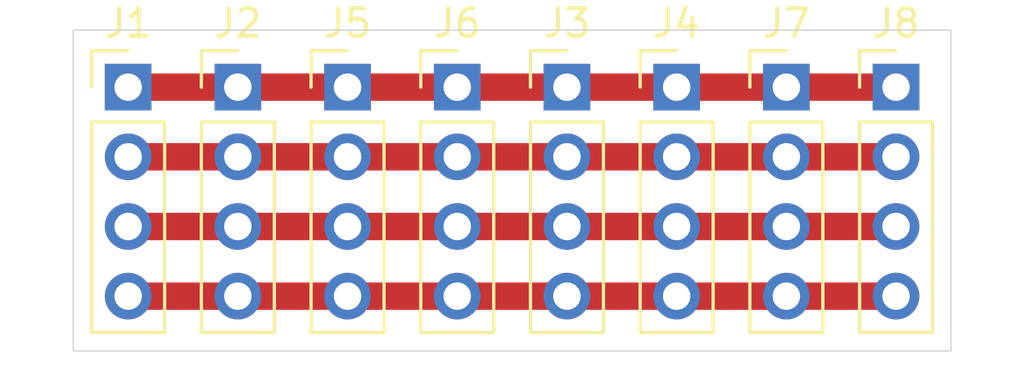
<source format=kicad_pcb>
(kicad_pcb (version 20200119) (host pcbnew "(5.99.0-1103-gc05bcac7b)")

  (general
    (thickness 1.6)
    (drawings 4)
    (tracks 4)
    (modules 8)
    (nets 5)
  )

  (page "A4")
  (layers
    (0 "F.Cu" signal)
    (31 "B.Cu" signal)
    (32 "B.Adhes" user)
    (33 "F.Adhes" user)
    (34 "B.Paste" user)
    (35 "F.Paste" user)
    (36 "B.SilkS" user)
    (37 "F.SilkS" user)
    (38 "B.Mask" user)
    (39 "F.Mask" user)
    (40 "Dwgs.User" user)
    (41 "Cmts.User" user)
    (42 "Eco1.User" user)
    (43 "Eco2.User" user)
    (44 "Edge.Cuts" user)
    (45 "Margin" user)
    (46 "B.CrtYd" user)
    (47 "F.CrtYd" user)
    (48 "B.Fab" user)
    (49 "F.Fab" user)
  )

  (setup
    (stackup
      (layer "F.SilkS" (type "Top Silk Screen"))
      (layer "F.Paste" (type "Top Solder Paste"))
      (layer "F.Mask" (type "Top Solder Mask") (color "Green") (thickness 0.01))
      (layer "F.Cu" (type "copper") (thickness 0.035))
      (layer "dielectric 1" (type "core") (thickness 1.51) (material "FR4") (epsilon_r 4.5) (loss_tangent 0.02))
      (layer "B.Cu" (type "copper") (thickness 0.035))
      (layer "B.Mask" (type "Bottom Solder Mask") (color "Green") (thickness 0.01))
      (layer "B.Paste" (type "Bottom Solder Paste"))
      (layer "B.SilkS" (type "Bottom Silk Screen"))
      (copper_finish "None")
      (dielectric_constraints no)
    )
    (last_trace_width 1)
    (user_trace_width 0.5)
    (user_trace_width 0.8)
    (user_trace_width 1)
    (user_trace_width 1.2)
    (trace_clearance 0.2)
    (zone_clearance 0.2)
    (zone_45_only no)
    (trace_min 0.2)
    (via_size 0.8)
    (via_drill 0.4)
    (via_min_size 0.4)
    (via_min_drill 0.3)
    (uvia_size 0.3)
    (uvia_drill 0.1)
    (uvias_allowed no)
    (uvia_min_size 0.2)
    (uvia_min_drill 0.1)
    (max_error 0.005)
    (defaults
      (edge_clearance 0.01)
      (edge_cuts_line_width 0.05)
      (courtyard_line_width 0.05)
      (copper_line_width 0.2)
      (copper_text_dims (size 1.5 1.5) (thickness 0.3))
      (silk_line_width 0.12)
      (silk_text_dims (size 1 1) (thickness 0.15))
      (other_layers_line_width 0.1)
      (other_layers_text_dims (size 1 1) (thickness 0.15))
      (dimension_units 0)
      (dimension_precision 1)
    )
    (pad_size 1.524 1.524)
    (pad_drill 0.762)
    (pad_to_mask_clearance 0.051)
    (solder_mask_min_width 0.25)
    (aux_axis_origin 120 110)
    (grid_origin 120 110)
    (visible_elements FFFFFF7F)
    (pcbplotparams
      (layerselection 0x010fc_ffffffff)
      (usegerberextensions false)
      (usegerberattributes false)
      (usegerberadvancedattributes false)
      (creategerberjobfile false)
      (excludeedgelayer true)
      (linewidth 0.100000)
      (plotframeref false)
      (viasonmask false)
      (mode 1)
      (useauxorigin true)
      (hpglpennumber 1)
      (hpglpenspeed 20)
      (hpglpendiameter 15.000000)
      (psnegative false)
      (psa4output false)
      (plotreference true)
      (plotvalue true)
      (plotinvisibletext false)
      (padsonsilk false)
      (subtractmaskfromsilk false)
      (outputformat 1)
      (mirror false)
      (drillshape 0)
      (scaleselection 1)
      (outputdirectory "gerber/")
    )
  )

  (net 0 "")
  (net 1 "DATA")
  (net 2 "GND")
  (net 3 "SCK")
  (net 4 "VDD")

  (net_class "Default" "This is the default net class."
    (clearance 0.2)
    (trace_width 0.25)
    (via_dia 0.8)
    (via_drill 0.4)
    (uvia_dia 0.3)
    (uvia_drill 0.1)
    (add_net "DATA")
    (add_net "GND")
    (add_net "SCK")
    (add_net "VDD")
  )

  (module "Connector_PinHeader_2.54mm:PinHeader_1x04_P2.54mm_Vertical" (layer "F.Cu") (tedit 59FED5CC) (tstamp aba9861e-8a9f-416e-8d6c-5e631c397dd9)
    (at 150 100.38)
    (descr "Through hole straight pin header, 1x04, 2.54mm pitch, single row")
    (tags "Through hole pin header THT 1x04 2.54mm single row")
    (path "/00000000-0000-0000-0000-00005e9f5751")
    (fp_text reference "J8" (at 0 -2.33) (layer "F.SilkS")
      (effects (font (size 1 1) (thickness 0.15)))
    )
    (fp_text value "Conn_01x04" (at 0 9.95) (layer "F.Fab")
      (effects (font (size 1 1) (thickness 0.15)))
    )
    (fp_line (start -0.635 -1.27) (end 1.27 -1.27) (layer "F.Fab") (width 0.1))
    (fp_line (start 1.27 -1.27) (end 1.27 8.89) (layer "F.Fab") (width 0.1))
    (fp_line (start 1.27 8.89) (end -1.27 8.89) (layer "F.Fab") (width 0.1))
    (fp_line (start -1.27 8.89) (end -1.27 -0.635) (layer "F.Fab") (width 0.1))
    (fp_line (start -1.27 -0.635) (end -0.635 -1.27) (layer "F.Fab") (width 0.1))
    (fp_line (start -1.33 8.95) (end 1.33 8.95) (layer "F.SilkS") (width 0.12))
    (fp_line (start -1.33 1.27) (end -1.33 8.95) (layer "F.SilkS") (width 0.12))
    (fp_line (start 1.33 1.27) (end 1.33 8.95) (layer "F.SilkS") (width 0.12))
    (fp_line (start -1.33 1.27) (end 1.33 1.27) (layer "F.SilkS") (width 0.12))
    (fp_line (start -1.33 0) (end -1.33 -1.33) (layer "F.SilkS") (width 0.12))
    (fp_line (start -1.33 -1.33) (end 0 -1.33) (layer "F.SilkS") (width 0.12))
    (fp_line (start -1.8 -1.8) (end -1.8 9.4) (layer "F.CrtYd") (width 0.05))
    (fp_line (start -1.8 9.4) (end 1.8 9.4) (layer "F.CrtYd") (width 0.05))
    (fp_line (start 1.8 9.4) (end 1.8 -1.8) (layer "F.CrtYd") (width 0.05))
    (fp_line (start 1.8 -1.8) (end -1.8 -1.8) (layer "F.CrtYd") (width 0.05))
    (fp_text user "%R" (at 0 3.81 90) (layer "F.Fab")
      (effects (font (size 1 1) (thickness 0.15)))
    )
    (pad "4" thru_hole oval (at 0 7.62) (size 1.7 1.7) (drill 1) (layers *.Cu *.Mask)
      (net 2 "GND") (tstamp 90bda104-fbbe-4dee-9fc5-dbc103b8f7d9))
    (pad "3" thru_hole oval (at 0 5.08) (size 1.7 1.7) (drill 1) (layers *.Cu *.Mask)
      (net 1 "DATA") (tstamp 87b52477-f113-4d88-8d53-77a17960734d))
    (pad "2" thru_hole oval (at 0 2.54) (size 1.7 1.7) (drill 1) (layers *.Cu *.Mask)
      (net 3 "SCK") (tstamp 8f136834-3af5-4b89-87c0-5739e155afbe))
    (pad "1" thru_hole rect (at 0 0) (size 1.7 1.7) (drill 1) (layers *.Cu *.Mask)
      (net 4 "VDD") (tstamp 7f221698-a23f-45df-9937-4140aa3e5457))
    (model "${KISYS3DMOD}/Connector_PinHeader_2.54mm.3dshapes/PinHeader_1x04_P2.54mm_Vertical.wrl"
      (at (xyz 0 0 0))
      (scale (xyz 1 1 1))
      (rotate (xyz 0 0 0))
    )
  )

  (module "Connector_PinHeader_2.54mm:PinHeader_1x04_P2.54mm_Vertical" (layer "F.Cu") (tedit 59FED5CC) (tstamp e7a21b09-de55-48ec-ba66-aa9ec3b1af8c)
    (at 146 100.38)
    (descr "Through hole straight pin header, 1x04, 2.54mm pitch, single row")
    (tags "Through hole pin header THT 1x04 2.54mm single row")
    (path "/00000000-0000-0000-0000-00005e9f5703")
    (fp_text reference "J7" (at 0 -2.33) (layer "F.SilkS")
      (effects (font (size 1 1) (thickness 0.15)))
    )
    (fp_text value "Conn_01x04" (at 0 9.95) (layer "F.Fab")
      (effects (font (size 1 1) (thickness 0.15)))
    )
    (fp_line (start -0.635 -1.27) (end 1.27 -1.27) (layer "F.Fab") (width 0.1))
    (fp_line (start 1.27 -1.27) (end 1.27 8.89) (layer "F.Fab") (width 0.1))
    (fp_line (start 1.27 8.89) (end -1.27 8.89) (layer "F.Fab") (width 0.1))
    (fp_line (start -1.27 8.89) (end -1.27 -0.635) (layer "F.Fab") (width 0.1))
    (fp_line (start -1.27 -0.635) (end -0.635 -1.27) (layer "F.Fab") (width 0.1))
    (fp_line (start -1.33 8.95) (end 1.33 8.95) (layer "F.SilkS") (width 0.12))
    (fp_line (start -1.33 1.27) (end -1.33 8.95) (layer "F.SilkS") (width 0.12))
    (fp_line (start 1.33 1.27) (end 1.33 8.95) (layer "F.SilkS") (width 0.12))
    (fp_line (start -1.33 1.27) (end 1.33 1.27) (layer "F.SilkS") (width 0.12))
    (fp_line (start -1.33 0) (end -1.33 -1.33) (layer "F.SilkS") (width 0.12))
    (fp_line (start -1.33 -1.33) (end 0 -1.33) (layer "F.SilkS") (width 0.12))
    (fp_line (start -1.8 -1.8) (end -1.8 9.4) (layer "F.CrtYd") (width 0.05))
    (fp_line (start -1.8 9.4) (end 1.8 9.4) (layer "F.CrtYd") (width 0.05))
    (fp_line (start 1.8 9.4) (end 1.8 -1.8) (layer "F.CrtYd") (width 0.05))
    (fp_line (start 1.8 -1.8) (end -1.8 -1.8) (layer "F.CrtYd") (width 0.05))
    (fp_text user "%R" (at 0 3.81 90) (layer "F.Fab")
      (effects (font (size 1 1) (thickness 0.15)))
    )
    (pad "4" thru_hole oval (at 0 7.62) (size 1.7 1.7) (drill 1) (layers *.Cu *.Mask)
      (net 2 "GND") (tstamp 6ba73283-9ce0-4a55-a887-6f1abb2859e8))
    (pad "3" thru_hole oval (at 0 5.08) (size 1.7 1.7) (drill 1) (layers *.Cu *.Mask)
      (net 1 "DATA") (tstamp 13e5829f-be0a-4745-800b-6a68d179bd5f))
    (pad "2" thru_hole oval (at 0 2.54) (size 1.7 1.7) (drill 1) (layers *.Cu *.Mask)
      (net 3 "SCK") (tstamp d33a6d1e-a107-4ad1-b3f4-dc64d890dce2))
    (pad "1" thru_hole rect (at 0 0) (size 1.7 1.7) (drill 1) (layers *.Cu *.Mask)
      (net 4 "VDD") (tstamp 22b90952-e4d4-40f0-aa31-43a5511979a8))
    (model "${KISYS3DMOD}/Connector_PinHeader_2.54mm.3dshapes/PinHeader_1x04_P2.54mm_Vertical.wrl"
      (at (xyz 0 0 0))
      (scale (xyz 1 1 1))
      (rotate (xyz 0 0 0))
    )
  )

  (module "Connector_PinHeader_2.54mm:PinHeader_1x04_P2.54mm_Vertical" (layer "F.Cu") (tedit 59FED5CC) (tstamp 61d5fa97-5838-4cf4-83a8-3a2d4c243408)
    (at 134 100.38)
    (descr "Through hole straight pin header, 1x04, 2.54mm pitch, single row")
    (tags "Through hole pin header THT 1x04 2.54mm single row")
    (path "/00000000-0000-0000-0000-00005e9f0245")
    (fp_text reference "J6" (at 0 -2.33) (layer "F.SilkS")
      (effects (font (size 1 1) (thickness 0.15)))
    )
    (fp_text value "Conn_01x04" (at 0 9.95) (layer "F.Fab")
      (effects (font (size 1 1) (thickness 0.15)))
    )
    (fp_line (start -0.635 -1.27) (end 1.27 -1.27) (layer "F.Fab") (width 0.1))
    (fp_line (start 1.27 -1.27) (end 1.27 8.89) (layer "F.Fab") (width 0.1))
    (fp_line (start 1.27 8.89) (end -1.27 8.89) (layer "F.Fab") (width 0.1))
    (fp_line (start -1.27 8.89) (end -1.27 -0.635) (layer "F.Fab") (width 0.1))
    (fp_line (start -1.27 -0.635) (end -0.635 -1.27) (layer "F.Fab") (width 0.1))
    (fp_line (start -1.33 8.95) (end 1.33 8.95) (layer "F.SilkS") (width 0.12))
    (fp_line (start -1.33 1.27) (end -1.33 8.95) (layer "F.SilkS") (width 0.12))
    (fp_line (start 1.33 1.27) (end 1.33 8.95) (layer "F.SilkS") (width 0.12))
    (fp_line (start -1.33 1.27) (end 1.33 1.27) (layer "F.SilkS") (width 0.12))
    (fp_line (start -1.33 0) (end -1.33 -1.33) (layer "F.SilkS") (width 0.12))
    (fp_line (start -1.33 -1.33) (end 0 -1.33) (layer "F.SilkS") (width 0.12))
    (fp_line (start -1.8 -1.8) (end -1.8 9.4) (layer "F.CrtYd") (width 0.05))
    (fp_line (start -1.8 9.4) (end 1.8 9.4) (layer "F.CrtYd") (width 0.05))
    (fp_line (start 1.8 9.4) (end 1.8 -1.8) (layer "F.CrtYd") (width 0.05))
    (fp_line (start 1.8 -1.8) (end -1.8 -1.8) (layer "F.CrtYd") (width 0.05))
    (fp_text user "%R" (at 0 3.81 90) (layer "F.Fab")
      (effects (font (size 1 1) (thickness 0.15)))
    )
    (pad "4" thru_hole oval (at 0 7.62) (size 1.7 1.7) (drill 1) (layers *.Cu *.Mask)
      (net 2 "GND") (tstamp 901a1a87-f190-4898-b5c2-173809d978f1))
    (pad "3" thru_hole oval (at 0 5.08) (size 1.7 1.7) (drill 1) (layers *.Cu *.Mask)
      (net 1 "DATA") (tstamp 7ec03045-231a-4bdf-b69a-f71ed4d97159))
    (pad "2" thru_hole oval (at 0 2.54) (size 1.7 1.7) (drill 1) (layers *.Cu *.Mask)
      (net 3 "SCK") (tstamp 55e3ac80-9011-47c4-b5a5-821f9c4a32af))
    (pad "1" thru_hole rect (at 0 0) (size 1.7 1.7) (drill 1) (layers *.Cu *.Mask)
      (net 4 "VDD") (tstamp 8ff927ac-160d-4604-a294-ce5f5db4f160))
    (model "${KISYS3DMOD}/Connector_PinHeader_2.54mm.3dshapes/PinHeader_1x04_P2.54mm_Vertical.wrl"
      (at (xyz 0 0 0))
      (scale (xyz 1 1 1))
      (rotate (xyz 0 0 0))
    )
  )

  (module "Connector_PinHeader_2.54mm:PinHeader_1x04_P2.54mm_Vertical" (layer "F.Cu") (tedit 59FED5CC) (tstamp 65ee4287-c1a5-4806-ae81-fd9874020e8d)
    (at 130 100.38)
    (descr "Through hole straight pin header, 1x04, 2.54mm pitch, single row")
    (tags "Through hole pin header THT 1x04 2.54mm single row")
    (path "/00000000-0000-0000-0000-00005e9f01f7")
    (fp_text reference "J5" (at 0 -2.33) (layer "F.SilkS")
      (effects (font (size 1 1) (thickness 0.15)))
    )
    (fp_text value "Conn_01x04" (at 0 9.95) (layer "F.Fab")
      (effects (font (size 1 1) (thickness 0.15)))
    )
    (fp_line (start -0.635 -1.27) (end 1.27 -1.27) (layer "F.Fab") (width 0.1))
    (fp_line (start 1.27 -1.27) (end 1.27 8.89) (layer "F.Fab") (width 0.1))
    (fp_line (start 1.27 8.89) (end -1.27 8.89) (layer "F.Fab") (width 0.1))
    (fp_line (start -1.27 8.89) (end -1.27 -0.635) (layer "F.Fab") (width 0.1))
    (fp_line (start -1.27 -0.635) (end -0.635 -1.27) (layer "F.Fab") (width 0.1))
    (fp_line (start -1.33 8.95) (end 1.33 8.95) (layer "F.SilkS") (width 0.12))
    (fp_line (start -1.33 1.27) (end -1.33 8.95) (layer "F.SilkS") (width 0.12))
    (fp_line (start 1.33 1.27) (end 1.33 8.95) (layer "F.SilkS") (width 0.12))
    (fp_line (start -1.33 1.27) (end 1.33 1.27) (layer "F.SilkS") (width 0.12))
    (fp_line (start -1.33 0) (end -1.33 -1.33) (layer "F.SilkS") (width 0.12))
    (fp_line (start -1.33 -1.33) (end 0 -1.33) (layer "F.SilkS") (width 0.12))
    (fp_line (start -1.8 -1.8) (end -1.8 9.4) (layer "F.CrtYd") (width 0.05))
    (fp_line (start -1.8 9.4) (end 1.8 9.4) (layer "F.CrtYd") (width 0.05))
    (fp_line (start 1.8 9.4) (end 1.8 -1.8) (layer "F.CrtYd") (width 0.05))
    (fp_line (start 1.8 -1.8) (end -1.8 -1.8) (layer "F.CrtYd") (width 0.05))
    (fp_text user "%R" (at 0 3.81 90) (layer "F.Fab")
      (effects (font (size 1 1) (thickness 0.15)))
    )
    (pad "4" thru_hole oval (at 0 7.62) (size 1.7 1.7) (drill 1) (layers *.Cu *.Mask)
      (net 2 "GND") (tstamp 44b0cea5-e902-4edd-86af-9f95f562d6ff))
    (pad "3" thru_hole oval (at 0 5.08) (size 1.7 1.7) (drill 1) (layers *.Cu *.Mask)
      (net 1 "DATA") (tstamp f9d93b79-e804-4771-9bda-fa2e247578ee))
    (pad "2" thru_hole oval (at 0 2.54) (size 1.7 1.7) (drill 1) (layers *.Cu *.Mask)
      (net 3 "SCK") (tstamp cdba801a-c368-498e-b75f-6d9d1933475d))
    (pad "1" thru_hole rect (at 0 0) (size 1.7 1.7) (drill 1) (layers *.Cu *.Mask)
      (net 4 "VDD") (tstamp a8fa0ebf-e401-498b-b44b-c50af0627ad5))
    (model "${KISYS3DMOD}/Connector_PinHeader_2.54mm.3dshapes/PinHeader_1x04_P2.54mm_Vertical.wrl"
      (at (xyz 0 0 0))
      (scale (xyz 1 1 1))
      (rotate (xyz 0 0 0))
    )
  )

  (module "Connector_PinHeader_2.54mm:PinHeader_1x04_P2.54mm_Vertical" (layer "F.Cu") (tedit 59FED5CC) (tstamp 46d18a36-30c5-434c-9d6d-ad5640797d6c)
    (at 142 100.38)
    (descr "Through hole straight pin header, 1x04, 2.54mm pitch, single row")
    (tags "Through hole pin header THT 1x04 2.54mm single row")
    (path "/00000000-0000-0000-0000-00005e9f3a66")
    (fp_text reference "J4" (at 0 -2.33) (layer "F.SilkS")
      (effects (font (size 1 1) (thickness 0.15)))
    )
    (fp_text value "Conn_01x04" (at 0 9.95) (layer "F.Fab")
      (effects (font (size 1 1) (thickness 0.15)))
    )
    (fp_line (start -0.635 -1.27) (end 1.27 -1.27) (layer "F.Fab") (width 0.1))
    (fp_line (start 1.27 -1.27) (end 1.27 8.89) (layer "F.Fab") (width 0.1))
    (fp_line (start 1.27 8.89) (end -1.27 8.89) (layer "F.Fab") (width 0.1))
    (fp_line (start -1.27 8.89) (end -1.27 -0.635) (layer "F.Fab") (width 0.1))
    (fp_line (start -1.27 -0.635) (end -0.635 -1.27) (layer "F.Fab") (width 0.1))
    (fp_line (start -1.33 8.95) (end 1.33 8.95) (layer "F.SilkS") (width 0.12))
    (fp_line (start -1.33 1.27) (end -1.33 8.95) (layer "F.SilkS") (width 0.12))
    (fp_line (start 1.33 1.27) (end 1.33 8.95) (layer "F.SilkS") (width 0.12))
    (fp_line (start -1.33 1.27) (end 1.33 1.27) (layer "F.SilkS") (width 0.12))
    (fp_line (start -1.33 0) (end -1.33 -1.33) (layer "F.SilkS") (width 0.12))
    (fp_line (start -1.33 -1.33) (end 0 -1.33) (layer "F.SilkS") (width 0.12))
    (fp_line (start -1.8 -1.8) (end -1.8 9.4) (layer "F.CrtYd") (width 0.05))
    (fp_line (start -1.8 9.4) (end 1.8 9.4) (layer "F.CrtYd") (width 0.05))
    (fp_line (start 1.8 9.4) (end 1.8 -1.8) (layer "F.CrtYd") (width 0.05))
    (fp_line (start 1.8 -1.8) (end -1.8 -1.8) (layer "F.CrtYd") (width 0.05))
    (fp_text user "%R" (at 0 3.81 90) (layer "F.Fab")
      (effects (font (size 1 1) (thickness 0.15)))
    )
    (pad "4" thru_hole oval (at 0 7.62) (size 1.7 1.7) (drill 1) (layers *.Cu *.Mask)
      (net 2 "GND") (tstamp c2b6041a-4661-49da-afc6-db0d9414e327))
    (pad "3" thru_hole oval (at 0 5.08) (size 1.7 1.7) (drill 1) (layers *.Cu *.Mask)
      (net 1 "DATA") (tstamp 103a5986-2c40-4eae-98b2-10b8107ae8a8))
    (pad "2" thru_hole oval (at 0 2.54) (size 1.7 1.7) (drill 1) (layers *.Cu *.Mask)
      (net 3 "SCK") (tstamp e5b5a2f5-43c7-486a-9e6f-75269d1595f5))
    (pad "1" thru_hole rect (at 0 0) (size 1.7 1.7) (drill 1) (layers *.Cu *.Mask)
      (net 4 "VDD") (tstamp afb86501-441a-4cac-85d9-0142988c4d12))
    (model "${KISYS3DMOD}/Connector_PinHeader_2.54mm.3dshapes/PinHeader_1x04_P2.54mm_Vertical.wrl"
      (at (xyz 0 0 0))
      (scale (xyz 1 1 1))
      (rotate (xyz 0 0 0))
    )
  )

  (module "Connector_PinHeader_2.54mm:PinHeader_1x04_P2.54mm_Vertical" (layer "F.Cu") (tedit 59FED5CC) (tstamp 81b993f0-9141-4d9d-b37f-67504d732cef)
    (at 138 100.38)
    (descr "Through hole straight pin header, 1x04, 2.54mm pitch, single row")
    (tags "Through hole pin header THT 1x04 2.54mm single row")
    (path "/00000000-0000-0000-0000-00005e9f3a18")
    (fp_text reference "J3" (at 0 -2.33) (layer "F.SilkS")
      (effects (font (size 1 1) (thickness 0.15)))
    )
    (fp_text value "Conn_01x04" (at 0 9.95) (layer "F.Fab")
      (effects (font (size 1 1) (thickness 0.15)))
    )
    (fp_line (start -0.635 -1.27) (end 1.27 -1.27) (layer "F.Fab") (width 0.1))
    (fp_line (start 1.27 -1.27) (end 1.27 8.89) (layer "F.Fab") (width 0.1))
    (fp_line (start 1.27 8.89) (end -1.27 8.89) (layer "F.Fab") (width 0.1))
    (fp_line (start -1.27 8.89) (end -1.27 -0.635) (layer "F.Fab") (width 0.1))
    (fp_line (start -1.27 -0.635) (end -0.635 -1.27) (layer "F.Fab") (width 0.1))
    (fp_line (start -1.33 8.95) (end 1.33 8.95) (layer "F.SilkS") (width 0.12))
    (fp_line (start -1.33 1.27) (end -1.33 8.95) (layer "F.SilkS") (width 0.12))
    (fp_line (start 1.33 1.27) (end 1.33 8.95) (layer "F.SilkS") (width 0.12))
    (fp_line (start -1.33 1.27) (end 1.33 1.27) (layer "F.SilkS") (width 0.12))
    (fp_line (start -1.33 0) (end -1.33 -1.33) (layer "F.SilkS") (width 0.12))
    (fp_line (start -1.33 -1.33) (end 0 -1.33) (layer "F.SilkS") (width 0.12))
    (fp_line (start -1.8 -1.8) (end -1.8 9.4) (layer "F.CrtYd") (width 0.05))
    (fp_line (start -1.8 9.4) (end 1.8 9.4) (layer "F.CrtYd") (width 0.05))
    (fp_line (start 1.8 9.4) (end 1.8 -1.8) (layer "F.CrtYd") (width 0.05))
    (fp_line (start 1.8 -1.8) (end -1.8 -1.8) (layer "F.CrtYd") (width 0.05))
    (fp_text user "%R" (at 0 3.81 90) (layer "F.Fab")
      (effects (font (size 1 1) (thickness 0.15)))
    )
    (pad "4" thru_hole oval (at 0 7.62) (size 1.7 1.7) (drill 1) (layers *.Cu *.Mask)
      (net 2 "GND") (tstamp 9d027729-90c8-4bbd-a53f-5e61aba2324f))
    (pad "3" thru_hole oval (at 0 5.08) (size 1.7 1.7) (drill 1) (layers *.Cu *.Mask)
      (net 1 "DATA") (tstamp 62bff771-b557-4440-83df-c18debe3cc6d))
    (pad "2" thru_hole oval (at 0 2.54) (size 1.7 1.7) (drill 1) (layers *.Cu *.Mask)
      (net 3 "SCK") (tstamp 393b46b1-e4a7-44fd-a882-14540ccc7d93))
    (pad "1" thru_hole rect (at 0 0) (size 1.7 1.7) (drill 1) (layers *.Cu *.Mask)
      (net 4 "VDD") (tstamp 39d7a937-3c0d-4ba6-8870-b7fd3125e621))
    (model "${KISYS3DMOD}/Connector_PinHeader_2.54mm.3dshapes/PinHeader_1x04_P2.54mm_Vertical.wrl"
      (at (xyz 0 0 0))
      (scale (xyz 1 1 1))
      (rotate (xyz 0 0 0))
    )
  )

  (module "Connector_PinHeader_2.54mm:PinHeader_1x04_P2.54mm_Vertical" (layer "F.Cu") (tedit 59FED5CC) (tstamp 338280ba-61d4-4b2f-84e4-599f31a9a3be)
    (at 126 100.38)
    (descr "Through hole straight pin header, 1x04, 2.54mm pitch, single row")
    (tags "Through hole pin header THT 1x04 2.54mm single row")
    (path "/00000000-0000-0000-0000-00005e9edaa7")
    (fp_text reference "J2" (at 0 -2.33) (layer "F.SilkS")
      (effects (font (size 1 1) (thickness 0.15)))
    )
    (fp_text value "Conn_01x04" (at 0 9.95) (layer "F.Fab")
      (effects (font (size 1 1) (thickness 0.15)))
    )
    (fp_line (start -0.635 -1.27) (end 1.27 -1.27) (layer "F.Fab") (width 0.1))
    (fp_line (start 1.27 -1.27) (end 1.27 8.89) (layer "F.Fab") (width 0.1))
    (fp_line (start 1.27 8.89) (end -1.27 8.89) (layer "F.Fab") (width 0.1))
    (fp_line (start -1.27 8.89) (end -1.27 -0.635) (layer "F.Fab") (width 0.1))
    (fp_line (start -1.27 -0.635) (end -0.635 -1.27) (layer "F.Fab") (width 0.1))
    (fp_line (start -1.33 8.95) (end 1.33 8.95) (layer "F.SilkS") (width 0.12))
    (fp_line (start -1.33 1.27) (end -1.33 8.95) (layer "F.SilkS") (width 0.12))
    (fp_line (start 1.33 1.27) (end 1.33 8.95) (layer "F.SilkS") (width 0.12))
    (fp_line (start -1.33 1.27) (end 1.33 1.27) (layer "F.SilkS") (width 0.12))
    (fp_line (start -1.33 0) (end -1.33 -1.33) (layer "F.SilkS") (width 0.12))
    (fp_line (start -1.33 -1.33) (end 0 -1.33) (layer "F.SilkS") (width 0.12))
    (fp_line (start -1.8 -1.8) (end -1.8 9.4) (layer "F.CrtYd") (width 0.05))
    (fp_line (start -1.8 9.4) (end 1.8 9.4) (layer "F.CrtYd") (width 0.05))
    (fp_line (start 1.8 9.4) (end 1.8 -1.8) (layer "F.CrtYd") (width 0.05))
    (fp_line (start 1.8 -1.8) (end -1.8 -1.8) (layer "F.CrtYd") (width 0.05))
    (fp_text user "%R" (at 0 3.81 90) (layer "F.Fab")
      (effects (font (size 1 1) (thickness 0.15)))
    )
    (pad "4" thru_hole oval (at 0 7.62) (size 1.7 1.7) (drill 1) (layers *.Cu *.Mask)
      (net 2 "GND") (tstamp f065a769-423a-4575-8bda-cbe5f764fed7))
    (pad "3" thru_hole oval (at 0 5.08) (size 1.7 1.7) (drill 1) (layers *.Cu *.Mask)
      (net 1 "DATA") (tstamp c86f021f-64af-484b-a9d8-c18849824ea3))
    (pad "2" thru_hole oval (at 0 2.54) (size 1.7 1.7) (drill 1) (layers *.Cu *.Mask)
      (net 3 "SCK") (tstamp 6a95a11a-51c7-43ef-ace4-b5633f8fd4b8))
    (pad "1" thru_hole rect (at 0 0) (size 1.7 1.7) (drill 1) (layers *.Cu *.Mask)
      (net 4 "VDD") (tstamp 0b71a51d-df85-4d0e-ae4e-abd8693fc3e4))
    (model "${KISYS3DMOD}/Connector_PinHeader_2.54mm.3dshapes/PinHeader_1x04_P2.54mm_Vertical.wrl"
      (at (xyz 0 0 0))
      (scale (xyz 1 1 1))
      (rotate (xyz 0 0 0))
    )
  )

  (module "Connector_PinHeader_2.54mm:PinHeader_1x04_P2.54mm_Vertical" (layer "F.Cu") (tedit 59FED5CC) (tstamp efb13a69-aba3-4d49-a0c4-d6cf49b3a152)
    (at 122 100.38)
    (descr "Through hole straight pin header, 1x04, 2.54mm pitch, single row")
    (tags "Through hole pin header THT 1x04 2.54mm single row")
    (path "/00000000-0000-0000-0000-00005e9db1e3")
    (fp_text reference "J1" (at 0 -2.33) (layer "F.SilkS")
      (effects (font (size 1 1) (thickness 0.15)))
    )
    (fp_text value "Conn_01x04" (at 0 9.95) (layer "F.Fab")
      (effects (font (size 1 1) (thickness 0.15)))
    )
    (fp_line (start -0.635 -1.27) (end 1.27 -1.27) (layer "F.Fab") (width 0.1))
    (fp_line (start 1.27 -1.27) (end 1.27 8.89) (layer "F.Fab") (width 0.1))
    (fp_line (start 1.27 8.89) (end -1.27 8.89) (layer "F.Fab") (width 0.1))
    (fp_line (start -1.27 8.89) (end -1.27 -0.635) (layer "F.Fab") (width 0.1))
    (fp_line (start -1.27 -0.635) (end -0.635 -1.27) (layer "F.Fab") (width 0.1))
    (fp_line (start -1.33 8.95) (end 1.33 8.95) (layer "F.SilkS") (width 0.12))
    (fp_line (start -1.33 1.27) (end -1.33 8.95) (layer "F.SilkS") (width 0.12))
    (fp_line (start 1.33 1.27) (end 1.33 8.95) (layer "F.SilkS") (width 0.12))
    (fp_line (start -1.33 1.27) (end 1.33 1.27) (layer "F.SilkS") (width 0.12))
    (fp_line (start -1.33 0) (end -1.33 -1.33) (layer "F.SilkS") (width 0.12))
    (fp_line (start -1.33 -1.33) (end 0 -1.33) (layer "F.SilkS") (width 0.12))
    (fp_line (start -1.8 -1.8) (end -1.8 9.4) (layer "F.CrtYd") (width 0.05))
    (fp_line (start -1.8 9.4) (end 1.8 9.4) (layer "F.CrtYd") (width 0.05))
    (fp_line (start 1.8 9.4) (end 1.8 -1.8) (layer "F.CrtYd") (width 0.05))
    (fp_line (start 1.8 -1.8) (end -1.8 -1.8) (layer "F.CrtYd") (width 0.05))
    (fp_text user "%R" (at 0 3.81 90) (layer "F.Fab")
      (effects (font (size 1 1) (thickness 0.15)))
    )
    (pad "4" thru_hole oval (at 0 7.62) (size 1.7 1.7) (drill 1) (layers *.Cu *.Mask)
      (net 2 "GND") (tstamp cb32aceb-4b30-4916-bbd6-b875cea730a1))
    (pad "3" thru_hole oval (at 0 5.08) (size 1.7 1.7) (drill 1) (layers *.Cu *.Mask)
      (net 1 "DATA") (tstamp 1759cd5c-3b8a-40f2-b405-ab96963b3f1d))
    (pad "2" thru_hole oval (at 0 2.54) (size 1.7 1.7) (drill 1) (layers *.Cu *.Mask)
      (net 3 "SCK") (tstamp cd34540f-29d4-443e-ae34-be20c8a730ef))
    (pad "1" thru_hole rect (at 0 0) (size 1.7 1.7) (drill 1) (layers *.Cu *.Mask)
      (net 4 "VDD") (tstamp 10093b76-ec1c-4b30-b4e9-139c85442adb))
    (model "${KISYS3DMOD}/Connector_PinHeader_2.54mm.3dshapes/PinHeader_1x04_P2.54mm_Vertical.wrl"
      (at (xyz 0 0 0))
      (scale (xyz 1 1 1))
      (rotate (xyz 0 0 0))
    )
  )

  (gr_line (start 120 98.3) (end 120 110) (layer "Edge.Cuts") (width 0.05) (tstamp 75f7034f-9210-4470-96a6-636e7e259728))
  (gr_line (start 152 98.3) (end 120 98.3) (layer "Edge.Cuts") (width 0.05) (tstamp e66070f8-31c5-45ca-bd35-fd231d186493))
  (gr_line (start 152 110) (end 152 98.3) (layer "Edge.Cuts") (width 0.05) (tstamp c80ef151-17bd-419e-b220-a7237d4b35ad))
  (gr_line (start 120 110) (end 152 110) (layer "Edge.Cuts") (width 0.05) (tstamp a2782335-2ea2-44b2-be93-4718cac102aa))

  (segment (start 150 102.92) (end 122 102.92) (width 1) (layer "F.Cu") (net 3) (tstamp a6755023-cd7f-4d7d-a7c6-cba7af74a87f))
  (segment (start 150 100.38) (end 122 100.38) (width 1) (layer "F.Cu") (net 4) (tstamp 93889bfc-a86c-4cce-bad6-3f2ae23782eb))
  (segment (start 150 108) (end 122 108) (width 1) (layer "F.Cu") (net 2) (tstamp c8eff599-89cf-48b8-975b-9119c1f7041b))
  (segment (start 150 105.46) (end 122 105.46) (width 1) (layer "F.Cu") (net 1) (tstamp 63e4c817-497d-4401-b058-364379f6d32d))

)

</source>
